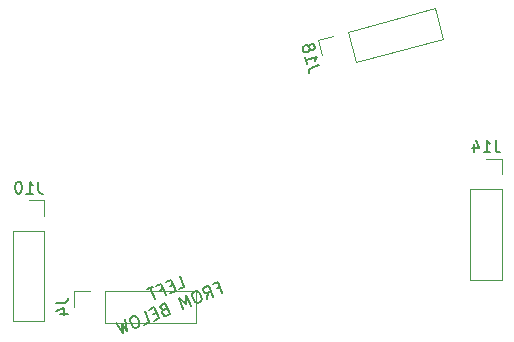
<source format=gbr>
G04 #@! TF.GenerationSoftware,KiCad,Pcbnew,(5.1.4)-1*
G04 #@! TF.CreationDate,2023-05-19T09:15:40-04:00*
G04 #@! TF.ProjectId,ThumbsUp,5468756d-6273-4557-902e-6b696361645f,rev?*
G04 #@! TF.SameCoordinates,Original*
G04 #@! TF.FileFunction,Legend,Bot*
G04 #@! TF.FilePolarity,Positive*
%FSLAX46Y46*%
G04 Gerber Fmt 4.6, Leading zero omitted, Abs format (unit mm)*
G04 Created by KiCad (PCBNEW (5.1.4)-1) date 2023-05-19 09:15:40*
%MOMM*%
%LPD*%
G04 APERTURE LIST*
%ADD10C,0.150000*%
%ADD11C,0.120000*%
G04 APERTURE END LIST*
D10*
X106206513Y-355673139D02*
X106648029Y-355494755D01*
X106273422Y-354567571D01*
X105701229Y-355312340D02*
X105392167Y-355437209D01*
X105455935Y-355976392D02*
X105897451Y-355798008D01*
X105522845Y-354870824D01*
X105081329Y-355049208D01*
X104553287Y-355776139D02*
X104862348Y-355651270D01*
X105058571Y-356136938D02*
X104683964Y-355209754D01*
X104242448Y-355388138D01*
X104021690Y-355477330D02*
X103491870Y-355691391D01*
X104131387Y-356511545D02*
X103756780Y-355584361D01*
X109365791Y-355611343D02*
X109674852Y-355486474D01*
X109871075Y-355972142D02*
X109496468Y-355044958D01*
X109054952Y-355223342D01*
X108546526Y-356507294D02*
X108677204Y-355940909D01*
X109076346Y-356293233D02*
X108701739Y-355366050D01*
X108348526Y-355508757D01*
X108278061Y-355588585D01*
X108251748Y-355650575D01*
X108243273Y-355756717D01*
X108296789Y-355889172D01*
X108376617Y-355959637D01*
X108438607Y-355985950D01*
X108544749Y-355994425D01*
X108897962Y-355851717D01*
X107597949Y-355812010D02*
X107421342Y-355883364D01*
X107350878Y-355963192D01*
X107298251Y-356087172D01*
X107325453Y-356281617D01*
X107450322Y-356590678D01*
X107565827Y-356749446D01*
X107689807Y-356802073D01*
X107795949Y-356810547D01*
X107972555Y-356739194D01*
X108043020Y-356659365D01*
X108095647Y-356535385D01*
X108068445Y-356340940D01*
X107943576Y-356031879D01*
X107828071Y-355873111D01*
X107704090Y-355820485D01*
X107597949Y-355812010D01*
X107177826Y-357060285D02*
X106803220Y-356133101D01*
X106761735Y-356920244D01*
X106185097Y-356382839D01*
X106559704Y-357310023D01*
X104906478Y-357413023D02*
X104791862Y-357510689D01*
X104765549Y-357572679D01*
X104757074Y-357678821D01*
X104810589Y-357811276D01*
X104890417Y-357881741D01*
X104952407Y-357908054D01*
X105058549Y-357916529D01*
X105411762Y-357773821D01*
X105037155Y-356846638D01*
X104728094Y-356971506D01*
X104657629Y-357051335D01*
X104631316Y-357113325D01*
X104622841Y-357219467D01*
X104658518Y-357307770D01*
X104738346Y-357378235D01*
X104800337Y-357404548D01*
X104906478Y-357413023D01*
X105215539Y-357288154D01*
X104288356Y-357662760D02*
X103979294Y-357787629D01*
X104043062Y-358326812D02*
X104484578Y-358148428D01*
X104109971Y-357221244D01*
X103668455Y-357399628D01*
X103204181Y-358665742D02*
X103645697Y-358487358D01*
X103271091Y-357560174D01*
X102343907Y-357934781D02*
X102167301Y-358006134D01*
X102096836Y-358085963D01*
X102044209Y-358209943D01*
X102071411Y-358404388D01*
X102196280Y-358713449D01*
X102311785Y-358872217D01*
X102435766Y-358924843D01*
X102541907Y-358933318D01*
X102718514Y-358861964D01*
X102788978Y-358782136D01*
X102841605Y-358658156D01*
X102814403Y-358463711D01*
X102689534Y-358154650D01*
X102574029Y-357995882D01*
X102450049Y-357943255D01*
X102343907Y-357934781D01*
X101637481Y-358220195D02*
X101791330Y-359236571D01*
X101347147Y-358645650D01*
X101438117Y-359379278D01*
X100842752Y-358541286D01*
D11*
X117957870Y-334550139D02*
X118302100Y-335834820D01*
X119242552Y-334205910D02*
X117957870Y-334550139D01*
X120469277Y-333877209D02*
X121157736Y-336446572D01*
X121157736Y-336446572D02*
X128576046Y-334458842D01*
X120469277Y-333877209D02*
X127887588Y-331889479D01*
X127887588Y-331889479D02*
X128576046Y-334458842D01*
X94793380Y-348127892D02*
X93463380Y-348127892D01*
X94793380Y-349457892D02*
X94793380Y-348127892D01*
X94793380Y-350727892D02*
X92133380Y-350727892D01*
X92133380Y-350727892D02*
X92133380Y-358407892D01*
X94793380Y-350727892D02*
X94793380Y-358407892D01*
X94793380Y-358407892D02*
X92133380Y-358407892D01*
X133511859Y-344628713D02*
X132181859Y-344628713D01*
X133511859Y-345958713D02*
X133511859Y-344628713D01*
X133511859Y-347228713D02*
X130851859Y-347228713D01*
X130851859Y-347228713D02*
X130851859Y-354908713D01*
X133511859Y-347228713D02*
X133511859Y-354908713D01*
X133511859Y-354908713D02*
X130851859Y-354908713D01*
X97340670Y-355844574D02*
X97340670Y-357174574D01*
X98670670Y-355844574D02*
X97340670Y-355844574D01*
X99940670Y-355844574D02*
X99940670Y-358504574D01*
X99940670Y-358504574D02*
X107620670Y-358504574D01*
X99940670Y-355844574D02*
X107620670Y-355844574D01*
X107620670Y-355844574D02*
X107620670Y-358504574D01*
D10*
X118074653Y-336733844D02*
X117384706Y-336918715D01*
X117259041Y-337001686D01*
X117191698Y-337118328D01*
X117182676Y-337268642D01*
X117207325Y-337360635D01*
X116849908Y-336026737D02*
X116997805Y-336578695D01*
X116923856Y-336302716D02*
X117889782Y-336043897D01*
X117776442Y-336172864D01*
X117709099Y-336289507D01*
X117687752Y-336393824D01*
X117253969Y-335326883D02*
X117324615Y-335406551D01*
X117382936Y-335440223D01*
X117487254Y-335461570D01*
X117533250Y-335449246D01*
X117612919Y-335378600D01*
X117646590Y-335320278D01*
X117667937Y-335215961D01*
X117618639Y-335031975D01*
X117547993Y-334952307D01*
X117489671Y-334918635D01*
X117385354Y-334897288D01*
X117339357Y-334909613D01*
X117259689Y-334980259D01*
X117226017Y-335038580D01*
X117204670Y-335142897D01*
X117253969Y-335326883D01*
X117232622Y-335431201D01*
X117198950Y-335489522D01*
X117119282Y-335560168D01*
X116935296Y-335609467D01*
X116830979Y-335588120D01*
X116772657Y-335554448D01*
X116702012Y-335474780D01*
X116652713Y-335290794D01*
X116674060Y-335186476D01*
X116707732Y-335128155D01*
X116787400Y-335057509D01*
X116971386Y-335008210D01*
X117075703Y-335029557D01*
X117134024Y-335063229D01*
X117204670Y-335142897D01*
X94272903Y-346580272D02*
X94272903Y-347294558D01*
X94320522Y-347437415D01*
X94415760Y-347532653D01*
X94558618Y-347580272D01*
X94653856Y-347580272D01*
X93272903Y-347580272D02*
X93844332Y-347580272D01*
X93558618Y-347580272D02*
X93558618Y-346580272D01*
X93653856Y-346723130D01*
X93749094Y-346818368D01*
X93844332Y-346865987D01*
X92653856Y-346580272D02*
X92558618Y-346580272D01*
X92463380Y-346627892D01*
X92415760Y-346675511D01*
X92368141Y-346770749D01*
X92320522Y-346961225D01*
X92320522Y-347199320D01*
X92368141Y-347389796D01*
X92415760Y-347485034D01*
X92463380Y-347532653D01*
X92558618Y-347580272D01*
X92653856Y-347580272D01*
X92749094Y-347532653D01*
X92796713Y-347485034D01*
X92844332Y-347389796D01*
X92891951Y-347199320D01*
X92891951Y-346961225D01*
X92844332Y-346770749D01*
X92796713Y-346675511D01*
X92749094Y-346627892D01*
X92653856Y-346580272D01*
X132991382Y-343081093D02*
X132991382Y-343795379D01*
X133039001Y-343938236D01*
X133134239Y-344033474D01*
X133277097Y-344081093D01*
X133372335Y-344081093D01*
X131991382Y-344081093D02*
X132562811Y-344081093D01*
X132277097Y-344081093D02*
X132277097Y-343081093D01*
X132372335Y-343223951D01*
X132467573Y-343319189D01*
X132562811Y-343366808D01*
X131134239Y-343414427D02*
X131134239Y-344081093D01*
X131372335Y-343033474D02*
X131610430Y-343747760D01*
X130991382Y-343747760D01*
X95793050Y-356841240D02*
X96507336Y-356841240D01*
X96650193Y-356793621D01*
X96745431Y-356698383D01*
X96793050Y-356555526D01*
X96793050Y-356460288D01*
X96126384Y-357746002D02*
X96793050Y-357746002D01*
X95745431Y-357507907D02*
X96459717Y-357269812D01*
X96459717Y-357888859D01*
M02*

</source>
